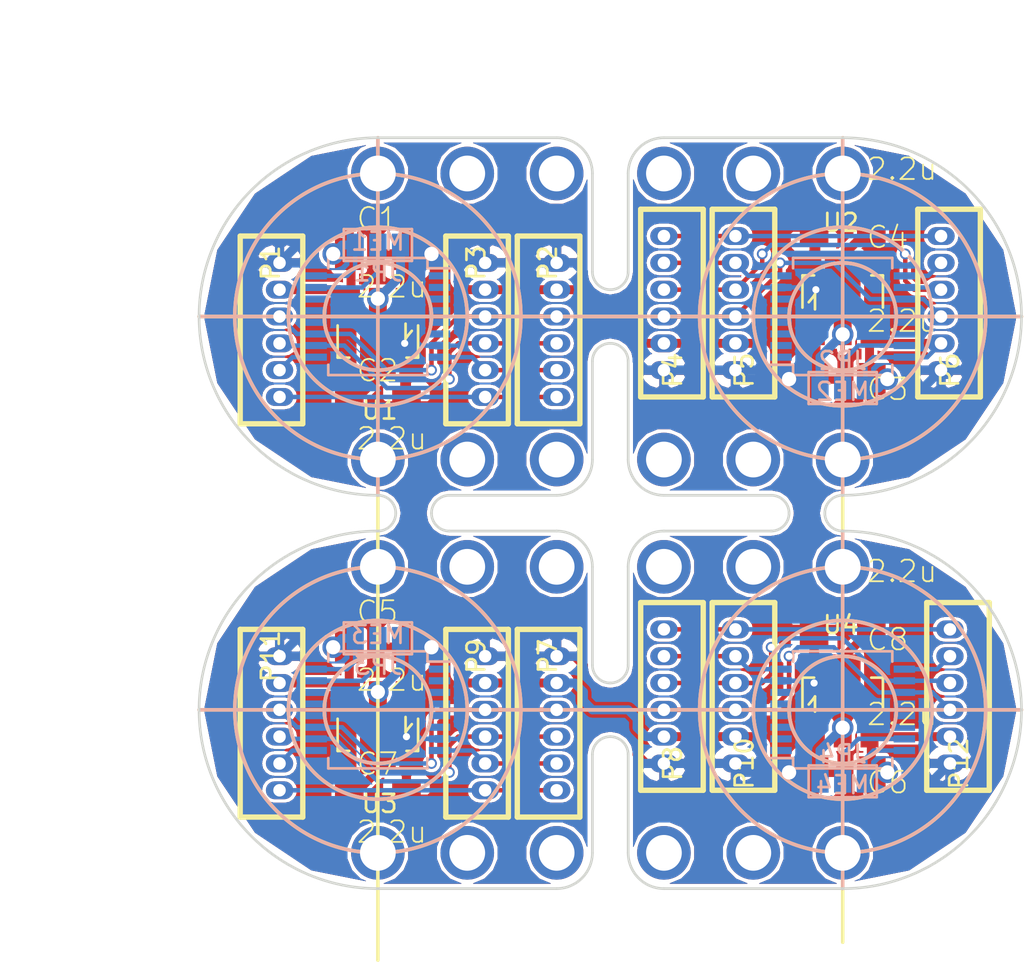
<source format=kicad_pcb>
(kicad_pcb (version 4) (host pcbnew 4.0.7)
  (layers (0 F.Cu signal) (31 B.Cu signal) (34 B.Paste user) (35 F.Paste user) (36 B.SilkS user) (37 F.SilkS user) (38 B.Mask user) (39 F.Mask user) (44 Edge.Cuts user))
  (net 0 "")
  (net 1 +5V)
  (net 2 GND)
  (net 3 "Net-(JP1-Pad2)")
  (net 4 "Net-(ME1-Pad8)")
  (net 5 "Net-(ME1-Pad9)")
  (net 6 "Net-(ME1-Pad10)")
  (net 7 "Net-(ME1-Pad11)")
  (net 8 "Net-(P1-Pad6)")
  (net 9 "Net-(JP2-Pad2)")
  (net 10 "Net-(ME2-Pad8)")
  (net 11 "Net-(ME2-Pad9)")
  (net 12 "Net-(ME2-Pad10)")
  (net 13 "Net-(ME2-Pad11)")
  (net 14 "Net-(P4-Pad6)")
  (net 15 "Net-(C2-Pad1)")
  (net 16 "Net-(C4-Pad1)")
  (net 17 "Net-(C7-Pad1)")
  (net 18 "Net-(C8-Pad1)")
  (net 19 "Net-(JP3-Pad2)")
  (net 20 "Net-(JP4-Pad2)")
  (net 21 "Net-(ME3-Pad8)")
  (net 22 "Net-(ME3-Pad9)")
  (net 23 "Net-(ME3-Pad10)")
  (net 24 "Net-(ME3-Pad11)")
  (net 25 "Net-(ME4-Pad8)")
  (net 26 "Net-(ME4-Pad9)")
  (net 27 "Net-(ME4-Pad10)")
  (net 28 "Net-(ME4-Pad11)")
  (net 29 "Net-(P11-Pad6)")
  (net 30 "Net-(P10-Pad6)")
  (module RP_KiCAD_Libs:C3216 (layer F.Cu) (at 10 6.5)
    (fp_text reference C1 (at -1.27 -1.27) (layer F.SilkS) (effects (font (size 1.2065 1.2065) (thickness 0.1016)) (justify left bottom)))
    (fp_text value 2.2u (at -1.27 2.54) (layer F.SilkS) (effects (font (size 1.2065 1.2065) (thickness 0.1016)) (justify left bottom)))
    (pad 1 smd rect (at -1.6 0) (size 1.6 1.8) (layers F.Cu F.Paste F.Mask) (net 1 +5V))
    (pad 2 smd rect (at 1.6 0) (size 1.6 1.8) (layers F.Cu F.Paste F.Mask) (net 2 GND))
  )
  (module RP_KiCAD_Libs:C3216 (layer F.Cu) (at 10 15)
    (fp_text reference C2 (at -1.27 -1.27) (layer F.SilkS) (effects (font (size 1.2065 1.2065) (thickness 0.1016)) (justify left bottom)))
    (fp_text value 2.2u (at -1.27 2.54) (layer F.SilkS) (effects (font (size 1.2065 1.2065) (thickness 0.1016)) (justify left bottom)))
    (pad 1 smd rect (at -1.6 0) (size 1.6 1.8) (layers F.Cu F.Paste F.Mask) (net 15 "Net-(C2-Pad1)"))
    (pad 2 smd rect (at 1.6 0) (size 1.6 1.8) (layers F.Cu F.Paste F.Mask) (net 2 GND))
  )
  (module Connect:GS3 (layer B.Cu) (at 10 6 270)
    (fp_text reference JP1 (at 1.524 0 540) (layer B.SilkS) (effects (justify mirror)))
    (fp_text value JUMPER3)
    (pad 1 smd rect (at 0 1.27 270) (size 1.27 0.9652) (layers B.Cu B.Paste B.Mask) (net 1 +5V))
    (pad 2 smd rect (at 0 0 270) (size 1.27 0.9652) (layers B.Cu B.Paste B.Mask) (net 3 "Net-(JP1-Pad2)"))
    (pad 3 smd rect (at 0 -1.27 270) (size 1.27 0.9652) (layers B.Cu B.Paste B.Mask) (net 15 "Net-(C2-Pad1)"))
  )
  (module RP_KiCAD_Connector:ZH_6T (layer F.Cu) (at 4.5 7 270)
    (fp_text reference P1 (at 0 0.5 270) (layer F.SilkS))
    (fp_text value CONN_01X06)
    (pad 1 thru_hole oval (at 0 0 270) (size 1 1.524) (drill 0.7) (layers *.Cu *.Mask) (net 2 GND))
    (pad 2 thru_hole oval (at 1.5 0 270) (size 1 1.524) (drill 0.7) (layers *.Cu *.Mask) (net 1 +5V))
    (pad 3 thru_hole oval (at 3 0 270) (size 1 1.524) (drill 0.7) (layers *.Cu *.Mask) (net 7 "Net-(ME1-Pad11)"))
    (pad 4 thru_hole oval (at 4.5 0 270) (size 1 1.524) (drill 0.7) (layers *.Cu *.Mask) (net 6 "Net-(ME1-Pad10)"))
    (pad 5 thru_hole oval (at 6 0 270) (size 1 1.524) (drill 0.7) (layers *.Cu *.Mask) (net 5 "Net-(ME1-Pad9)"))
    (pad 6 thru_hole oval (at 7.5 0 270) (size 1 1.524) (drill 0.7) (layers *.Cu *.Mask) (net 8 "Net-(P1-Pad6)"))
  )
  (module RP_KiCAD_Connector:ZH_6T (layer F.Cu) (at 20 7 270)
    (fp_text reference P2 (at 0 0.5 270) (layer F.SilkS))
    (fp_text value CONN_01X06)
    (pad 1 thru_hole oval (at 0 0 270) (size 1 1.524) (drill 0.7) (layers *.Cu *.Mask) (net 2 GND))
    (pad 2 thru_hole oval (at 1.5 0 270) (size 1 1.524) (drill 0.7) (layers *.Cu *.Mask) (net 1 +5V))
    (pad 3 thru_hole oval (at 3 0 270) (size 1 1.524) (drill 0.7) (layers *.Cu *.Mask) (net 7 "Net-(ME1-Pad11)"))
    (pad 4 thru_hole oval (at 4.5 0 270) (size 1 1.524) (drill 0.7) (layers *.Cu *.Mask) (net 6 "Net-(ME1-Pad10)"))
    (pad 5 thru_hole oval (at 6 0 270) (size 1 1.524) (drill 0.7) (layers *.Cu *.Mask) (net 4 "Net-(ME1-Pad8)"))
    (pad 6 thru_hole oval (at 7.5 0 270) (size 1 1.524) (drill 0.7) (layers *.Cu *.Mask) (net 8 "Net-(P1-Pad6)"))
  )
  (module RP_KiCAD_Connector:ZH_6T (layer F.Cu) (at 16 7 270)
    (fp_text reference P3 (at 0 0.5 270) (layer F.SilkS))
    (fp_text value CONN_01X06)
    (pad 1 thru_hole oval (at 0 0 270) (size 1 1.524) (drill 0.7) (layers *.Cu *.Mask) (net 2 GND))
    (pad 2 thru_hole oval (at 1.5 0 270) (size 1 1.524) (drill 0.7) (layers *.Cu *.Mask) (net 1 +5V))
    (pad 3 thru_hole oval (at 3 0 270) (size 1 1.524) (drill 0.7) (layers *.Cu *.Mask) (net 7 "Net-(ME1-Pad11)"))
    (pad 4 thru_hole oval (at 4.5 0 270) (size 1 1.524) (drill 0.7) (layers *.Cu *.Mask) (net 6 "Net-(ME1-Pad10)"))
    (pad 5 thru_hole oval (at 6 0 270) (size 1 1.524) (drill 0.7) (layers *.Cu *.Mask) (net 4 "Net-(ME1-Pad8)"))
    (pad 6 thru_hole oval (at 7.5 0 270) (size 1 1.524) (drill 0.7) (layers *.Cu *.Mask) (net 8 "Net-(P1-Pad6)"))
  )
  (module TO_SOT_Packages_SMD:SOT89-3_Housing (layer F.Cu) (at 10 11 180)
    (fp_text reference U1 (at -0.09906 -4.24942 180) (layer F.SilkS))
    (fp_text value NCP1117ST33T3G)
    (pad 1 smd rect (at -1.50114 1.85166 180) (size 1.00076 1.50114) (layers F.Cu F.Paste F.Mask) (net 2 GND))
    (pad 2 smd rect (at 0 1.85166 180) (size 1.00076 1.50114) (layers F.Cu F.Paste F.Mask) (net 15 "Net-(C2-Pad1)"))
    (pad 3 smd rect (at 1.50114 1.85166 180) (size 1.00076 1.50114) (layers F.Cu F.Paste F.Mask) (net 1 +5V))
    (pad 2 smd rect (at 0 -1.09982 180) (size 1.99898 2.99974) (layers F.Cu F.Paste F.Mask) (net 15 "Net-(C2-Pad1)"))
    (pad 2 smd trapezoid (at 0 0.7493) (size 1.50114 0.7493) (rect_delta 0 0.50038) (layers F.Cu F.Paste F.Mask) (net 15 "Net-(C2-Pad1)"))
  )
  (module RP_KiCAD_Libs:C3216 (layer F.Cu) (at 36 13.5 180)
    (fp_text reference C3 (at -1.27 -1.27 180) (layer F.SilkS) (effects (font (size 1.2065 1.2065) (thickness 0.1016)) (justify left bottom)))
    (fp_text value 2.2u (at -1.27 2.54 180) (layer F.SilkS) (effects (font (size 1.2065 1.2065) (thickness 0.1016)) (justify left bottom)))
    (pad 1 smd rect (at -1.6 0 180) (size 1.6 1.8) (layers F.Cu F.Paste F.Mask) (net 1 +5V))
    (pad 2 smd rect (at 1.6 0 180) (size 1.6 1.8) (layers F.Cu F.Paste F.Mask) (net 2 GND))
  )
  (module RP_KiCAD_Libs:C3216 (layer F.Cu) (at 36 5 180)
    (fp_text reference C4 (at -1.27 -1.27 180) (layer F.SilkS) (effects (font (size 1.2065 1.2065) (thickness 0.1016)) (justify left bottom)))
    (fp_text value 2.2u (at -1.27 2.54 180) (layer F.SilkS) (effects (font (size 1.2065 1.2065) (thickness 0.1016)) (justify left bottom)))
    (pad 1 smd rect (at -1.6 0 180) (size 1.6 1.8) (layers F.Cu F.Paste F.Mask) (net 16 "Net-(C4-Pad1)"))
    (pad 2 smd rect (at 1.6 0 180) (size 1.6 1.8) (layers F.Cu F.Paste F.Mask) (net 2 GND))
  )
  (module Connect:GS3 (layer B.Cu) (at 36 14 90)
    (fp_text reference JP2 (at 1.524 0 360) (layer B.SilkS) (effects (justify mirror)))
    (fp_text value JUMPER3)
    (pad 1 smd rect (at 0 1.27 90) (size 1.27 0.9652) (layers B.Cu B.Paste B.Mask) (net 1 +5V))
    (pad 2 smd rect (at 0 0 90) (size 1.27 0.9652) (layers B.Cu B.Paste B.Mask) (net 9 "Net-(JP2-Pad2)"))
    (pad 3 smd rect (at 0 -1.27 90) (size 1.27 0.9652) (layers B.Cu B.Paste B.Mask) (net 16 "Net-(C4-Pad1)"))
  )
  (module RP_KiCAD_Connector:ZH_6T (layer F.Cu) (at 26 13 90)
    (fp_text reference P4 (at 0 0.5 90) (layer F.SilkS))
    (fp_text value CONN_01X06)
    (pad 1 thru_hole oval (at 0 0 90) (size 1 1.524) (drill 0.7) (layers *.Cu *.Mask) (net 2 GND))
    (pad 2 thru_hole oval (at 1.5 0 90) (size 1 1.524) (drill 0.7) (layers *.Cu *.Mask) (net 1 +5V))
    (pad 3 thru_hole oval (at 3 0 90) (size 1 1.524) (drill 0.7) (layers *.Cu *.Mask) (net 13 "Net-(ME2-Pad11)"))
    (pad 4 thru_hole oval (at 4.5 0 90) (size 1 1.524) (drill 0.7) (layers *.Cu *.Mask) (net 12 "Net-(ME2-Pad10)"))
    (pad 5 thru_hole oval (at 6 0 90) (size 1 1.524) (drill 0.7) (layers *.Cu *.Mask) (net 10 "Net-(ME2-Pad8)"))
    (pad 6 thru_hole oval (at 7.5 0 90) (size 1 1.524) (drill 0.7) (layers *.Cu *.Mask) (net 14 "Net-(P4-Pad6)"))
  )
  (module RP_KiCAD_Connector:ZH_6T (layer F.Cu) (at 30 13 90)
    (fp_text reference P5 (at 0 0.5 90) (layer F.SilkS))
    (fp_text value CONN_01X06)
    (pad 1 thru_hole oval (at 0 0 90) (size 1 1.524) (drill 0.7) (layers *.Cu *.Mask) (net 2 GND))
    (pad 2 thru_hole oval (at 1.5 0 90) (size 1 1.524) (drill 0.7) (layers *.Cu *.Mask) (net 1 +5V))
    (pad 3 thru_hole oval (at 3 0 90) (size 1 1.524) (drill 0.7) (layers *.Cu *.Mask) (net 13 "Net-(ME2-Pad11)"))
    (pad 4 thru_hole oval (at 4.5 0 90) (size 1 1.524) (drill 0.7) (layers *.Cu *.Mask) (net 12 "Net-(ME2-Pad10)"))
    (pad 5 thru_hole oval (at 6 0 90) (size 1 1.524) (drill 0.7) (layers *.Cu *.Mask) (net 10 "Net-(ME2-Pad8)"))
    (pad 6 thru_hole oval (at 7.5 0 90) (size 1 1.524) (drill 0.7) (layers *.Cu *.Mask) (net 14 "Net-(P4-Pad6)"))
  )
  (module RP_KiCAD_Connector:ZH_6T (layer F.Cu) (at 41.5 13 90)
    (fp_text reference P6 (at 0 0.5 90) (layer F.SilkS))
    (fp_text value CONN_01X06)
    (pad 1 thru_hole oval (at 0 0 90) (size 1 1.524) (drill 0.7) (layers *.Cu *.Mask) (net 2 GND))
    (pad 2 thru_hole oval (at 1.5 0 90) (size 1 1.524) (drill 0.7) (layers *.Cu *.Mask) (net 1 +5V))
    (pad 3 thru_hole oval (at 3 0 90) (size 1 1.524) (drill 0.7) (layers *.Cu *.Mask) (net 13 "Net-(ME2-Pad11)"))
    (pad 4 thru_hole oval (at 4.5 0 90) (size 1 1.524) (drill 0.7) (layers *.Cu *.Mask) (net 12 "Net-(ME2-Pad10)"))
    (pad 5 thru_hole oval (at 6 0 90) (size 1 1.524) (drill 0.7) (layers *.Cu *.Mask) (net 11 "Net-(ME2-Pad9)"))
    (pad 6 thru_hole oval (at 7.5 0 90) (size 1 1.524) (drill 0.7) (layers *.Cu *.Mask) (net 14 "Net-(P4-Pad6)"))
  )
  (module TO_SOT_Packages_SMD:SOT89-3_Housing (layer F.Cu) (at 36 9)
    (fp_text reference U2 (at -0.09906 -4.24942) (layer F.SilkS))
    (fp_text value NCP1117ST33T3G)
    (pad 1 smd rect (at -1.50114 1.85166) (size 1.00076 1.50114) (layers F.Cu F.Paste F.Mask) (net 2 GND))
    (pad 2 smd rect (at 0 1.85166) (size 1.00076 1.50114) (layers F.Cu F.Paste F.Mask) (net 16 "Net-(C4-Pad1)"))
    (pad 3 smd rect (at 1.50114 1.85166) (size 1.00076 1.50114) (layers F.Cu F.Paste F.Mask) (net 1 +5V))
    (pad 2 smd rect (at 0 -1.09982) (size 1.99898 2.99974) (layers F.Cu F.Paste F.Mask) (net 16 "Net-(C4-Pad1)"))
    (pad 2 smd trapezoid (at 0 0.7493 180) (size 1.50114 0.7493) (rect_delta 0 0.50038) (layers F.Cu F.Paste F.Mask) (net 16 "Net-(C4-Pad1)"))
  )
  (module Housings_SSOP:SSOP-16_5.3x6.2mm_Pitch0.65mm (layer B.Cu) (at 10 10 180)
    (fp_text reference ME1 (at 0 4.2 180) (layer B.SilkS) (effects (justify mirror)))
    (fp_text value AS504x)
    (pad 1 smd rect (at -3.45 2.275 180) (size 1.2 0.4) (layers B.Cu B.Paste B.Mask))
    (pad 2 smd rect (at -3.45 1.625 180) (size 1.2 0.4) (layers B.Cu B.Paste B.Mask))
    (pad 3 smd rect (at -3.45 0.975 180) (size 1.2 0.4) (layers B.Cu B.Paste B.Mask))
    (pad 4 smd rect (at -3.45 0.325 180) (size 1.2 0.4) (layers B.Cu B.Paste B.Mask))
    (pad 5 smd rect (at -3.45 -0.325 180) (size 1.2 0.4) (layers B.Cu B.Paste B.Mask))
    (pad 6 smd rect (at -3.45 -0.975 180) (size 1.2 0.4) (layers B.Cu B.Paste B.Mask))
    (pad 7 smd rect (at -3.45 -1.625 180) (size 1.2 0.4) (layers B.Cu B.Paste B.Mask) (net 2 GND))
    (pad 8 smd rect (at -3.45 -2.275 180) (size 1.2 0.4) (layers B.Cu B.Paste B.Mask) (net 4 "Net-(ME1-Pad8)"))
    (pad 9 smd rect (at 3.45 -2.275 180) (size 1.2 0.4) (layers B.Cu B.Paste B.Mask) (net 5 "Net-(ME1-Pad9)"))
    (pad 10 smd rect (at 3.45 -1.625 180) (size 1.2 0.4) (layers B.Cu B.Paste B.Mask) (net 6 "Net-(ME1-Pad10)"))
    (pad 11 smd rect (at 3.45 -0.975 180) (size 1.2 0.4) (layers B.Cu B.Paste B.Mask) (net 7 "Net-(ME1-Pad11)"))
    (pad 12 smd rect (at 3.45 -0.325 180) (size 1.2 0.4) (layers B.Cu B.Paste B.Mask))
    (pad 13 smd rect (at 3.45 0.325 180) (size 1.2 0.4) (layers B.Cu B.Paste B.Mask))
    (pad 14 smd rect (at 3.45 0.975 180) (size 1.2 0.4) (layers B.Cu B.Paste B.Mask))
    (pad 15 smd rect (at 3.45 1.625 180) (size 1.2 0.4) (layers B.Cu B.Paste B.Mask) (net 3 "Net-(JP1-Pad2)"))
    (pad 16 smd rect (at 3.45 2.275 180) (size 1.2 0.4) (layers B.Cu B.Paste B.Mask) (net 1 +5V))
  )
  (module Housings_SSOP:SSOP-16_5.3x6.2mm_Pitch0.65mm (layer B.Cu) (at 36 10)
    (fp_text reference ME2 (at 0 4.2) (layer B.SilkS) (effects (justify mirror)))
    (fp_text value AS504x)
    (pad 1 smd rect (at -3.45 2.275) (size 1.2 0.4) (layers B.Cu B.Paste B.Mask))
    (pad 2 smd rect (at -3.45 1.625) (size 1.2 0.4) (layers B.Cu B.Paste B.Mask))
    (pad 3 smd rect (at -3.45 0.975) (size 1.2 0.4) (layers B.Cu B.Paste B.Mask))
    (pad 4 smd rect (at -3.45 0.325) (size 1.2 0.4) (layers B.Cu B.Paste B.Mask))
    (pad 5 smd rect (at -3.45 -0.325) (size 1.2 0.4) (layers B.Cu B.Paste B.Mask))
    (pad 6 smd rect (at -3.45 -0.975) (size 1.2 0.4) (layers B.Cu B.Paste B.Mask))
    (pad 7 smd rect (at -3.45 -1.625) (size 1.2 0.4) (layers B.Cu B.Paste B.Mask) (net 2 GND))
    (pad 8 smd rect (at -3.45 -2.275) (size 1.2 0.4) (layers B.Cu B.Paste B.Mask) (net 10 "Net-(ME2-Pad8)"))
    (pad 9 smd rect (at 3.45 -2.275) (size 1.2 0.4) (layers B.Cu B.Paste B.Mask) (net 11 "Net-(ME2-Pad9)"))
    (pad 10 smd rect (at 3.45 -1.625) (size 1.2 0.4) (layers B.Cu B.Paste B.Mask) (net 12 "Net-(ME2-Pad10)"))
    (pad 11 smd rect (at 3.45 -0.975) (size 1.2 0.4) (layers B.Cu B.Paste B.Mask) (net 13 "Net-(ME2-Pad11)"))
    (pad 12 smd rect (at 3.45 -0.325) (size 1.2 0.4) (layers B.Cu B.Paste B.Mask))
    (pad 13 smd rect (at 3.45 0.325) (size 1.2 0.4) (layers B.Cu B.Paste B.Mask))
    (pad 14 smd rect (at 3.45 0.975) (size 1.2 0.4) (layers B.Cu B.Paste B.Mask))
    (pad 15 smd rect (at 3.45 1.625) (size 1.2 0.4) (layers B.Cu B.Paste B.Mask) (net 9 "Net-(JP2-Pad2)"))
    (pad 16 smd rect (at 3.45 2.275) (size 1.2 0.4) (layers B.Cu B.Paste B.Mask) (net 1 +5V))
  )
  (module RP_KiCAD_Libs:C3216 (layer F.Cu) (at 10 28.5)
    (fp_text reference C5 (at -1.27 -1.27) (layer F.SilkS) (effects (font (size 1.2065 1.2065) (thickness 0.1016)) (justify left bottom)))
    (fp_text value 2.2u (at -1.27 2.54) (layer F.SilkS) (effects (font (size 1.2065 1.2065) (thickness 0.1016)) (justify left bottom)))
    (pad 1 smd rect (at -1.6 0) (size 1.6 1.8) (layers F.Cu F.Paste F.Mask) (net 1 +5V))
    (pad 2 smd rect (at 1.6 0) (size 1.6 1.8) (layers F.Cu F.Paste F.Mask) (net 2 GND))
  )
  (module RP_KiCAD_Libs:C3216 (layer F.Cu) (at 36 35.5 180)
    (fp_text reference C6 (at -1.27 -1.27 180) (layer F.SilkS) (effects (font (size 1.2065 1.2065) (thickness 0.1016)) (justify left bottom)))
    (fp_text value 2.2u (at -1.27 2.54 180) (layer F.SilkS) (effects (font (size 1.2065 1.2065) (thickness 0.1016)) (justify left bottom)))
    (pad 1 smd rect (at -1.6 0 180) (size 1.6 1.8) (layers F.Cu F.Paste F.Mask) (net 1 +5V))
    (pad 2 smd rect (at 1.6 0 180) (size 1.6 1.8) (layers F.Cu F.Paste F.Mask) (net 2 GND))
  )
  (module RP_KiCAD_Libs:C3216 (layer F.Cu) (at 10 37)
    (fp_text reference C7 (at -1.27 -1.27) (layer F.SilkS) (effects (font (size 1.2065 1.2065) (thickness 0.1016)) (justify left bottom)))
    (fp_text value 2.2u (at -1.27 2.54) (layer F.SilkS) (effects (font (size 1.2065 1.2065) (thickness 0.1016)) (justify left bottom)))
    (pad 1 smd rect (at -1.6 0) (size 1.6 1.8) (layers F.Cu F.Paste F.Mask) (net 17 "Net-(C7-Pad1)"))
    (pad 2 smd rect (at 1.6 0) (size 1.6 1.8) (layers F.Cu F.Paste F.Mask) (net 2 GND))
  )
  (module RP_KiCAD_Libs:C3216 (layer F.Cu) (at 36 27.5 180)
    (fp_text reference C8 (at -1.27 -1.27 180) (layer F.SilkS) (effects (font (size 1.2065 1.2065) (thickness 0.1016)) (justify left bottom)))
    (fp_text value 2.2u (at -1.27 2.54 180) (layer F.SilkS) (effects (font (size 1.2065 1.2065) (thickness 0.1016)) (justify left bottom)))
    (pad 1 smd rect (at -1.6 0 180) (size 1.6 1.8) (layers F.Cu F.Paste F.Mask) (net 18 "Net-(C8-Pad1)"))
    (pad 2 smd rect (at 1.6 0 180) (size 1.6 1.8) (layers F.Cu F.Paste F.Mask) (net 2 GND))
  )
  (module Connect:GS3 (layer B.Cu) (at 10 28 270)
    (fp_text reference JP3 (at 1.524 0 540) (layer B.SilkS) (effects (justify mirror)))
    (fp_text value JUMPER3)
    (pad 1 smd rect (at 0 1.27 270) (size 1.27 0.9652) (layers B.Cu B.Paste B.Mask) (net 1 +5V))
    (pad 2 smd rect (at 0 0 270) (size 1.27 0.9652) (layers B.Cu B.Paste B.Mask) (net 19 "Net-(JP3-Pad2)"))
    (pad 3 smd rect (at 0 -1.27 270) (size 1.27 0.9652) (layers B.Cu B.Paste B.Mask) (net 17 "Net-(C7-Pad1)"))
  )
  (module Connect:GS3 (layer B.Cu) (at 36 36 90)
    (fp_text reference JP4 (at 1.524 0 360) (layer B.SilkS) (effects (justify mirror)))
    (fp_text value JUMPER3)
    (pad 1 smd rect (at 0 1.27 90) (size 1.27 0.9652) (layers B.Cu B.Paste B.Mask) (net 1 +5V))
    (pad 2 smd rect (at 0 0 90) (size 1.27 0.9652) (layers B.Cu B.Paste B.Mask) (net 20 "Net-(JP4-Pad2)"))
    (pad 3 smd rect (at 0 -1.27 90) (size 1.27 0.9652) (layers B.Cu B.Paste B.Mask) (net 18 "Net-(C8-Pad1)"))
  )
  (module Housings_SSOP:SSOP-16_5.3x6.2mm_Pitch0.65mm (layer B.Cu) (at 10 32 180)
    (fp_text reference ME3 (at 0 4.2 180) (layer B.SilkS) (effects (justify mirror)))
    (fp_text value AS504x)
    (pad 1 smd rect (at -3.45 2.275 180) (size 1.2 0.4) (layers B.Cu B.Paste B.Mask))
    (pad 2 smd rect (at -3.45 1.625 180) (size 1.2 0.4) (layers B.Cu B.Paste B.Mask))
    (pad 3 smd rect (at -3.45 0.975 180) (size 1.2 0.4) (layers B.Cu B.Paste B.Mask))
    (pad 4 smd rect (at -3.45 0.325 180) (size 1.2 0.4) (layers B.Cu B.Paste B.Mask))
    (pad 5 smd rect (at -3.45 -0.325 180) (size 1.2 0.4) (layers B.Cu B.Paste B.Mask))
    (pad 6 smd rect (at -3.45 -0.975 180) (size 1.2 0.4) (layers B.Cu B.Paste B.Mask))
    (pad 7 smd rect (at -3.45 -1.625 180) (size 1.2 0.4) (layers B.Cu B.Paste B.Mask) (net 2 GND))
    (pad 8 smd rect (at -3.45 -2.275 180) (size 1.2 0.4) (layers B.Cu B.Paste B.Mask) (net 21 "Net-(ME3-Pad8)"))
    (pad 9 smd rect (at 3.45 -2.275 180) (size 1.2 0.4) (layers B.Cu B.Paste B.Mask) (net 22 "Net-(ME3-Pad9)"))
    (pad 10 smd rect (at 3.45 -1.625 180) (size 1.2 0.4) (layers B.Cu B.Paste B.Mask) (net 23 "Net-(ME3-Pad10)"))
    (pad 11 smd rect (at 3.45 -0.975 180) (size 1.2 0.4) (layers B.Cu B.Paste B.Mask) (net 24 "Net-(ME3-Pad11)"))
    (pad 12 smd rect (at 3.45 -0.325 180) (size 1.2 0.4) (layers B.Cu B.Paste B.Mask))
    (pad 13 smd rect (at 3.45 0.325 180) (size 1.2 0.4) (layers B.Cu B.Paste B.Mask))
    (pad 14 smd rect (at 3.45 0.975 180) (size 1.2 0.4) (layers B.Cu B.Paste B.Mask))
    (pad 15 smd rect (at 3.45 1.625 180) (size 1.2 0.4) (layers B.Cu B.Paste B.Mask) (net 19 "Net-(JP3-Pad2)"))
    (pad 16 smd rect (at 3.45 2.275 180) (size 1.2 0.4) (layers B.Cu B.Paste B.Mask) (net 1 +5V))
  )
  (module Housings_SSOP:SSOP-16_5.3x6.2mm_Pitch0.65mm (layer B.Cu) (at 36 32)
    (fp_text reference ME4 (at 0 4.2) (layer B.SilkS) (effects (justify mirror)))
    (fp_text value AS504x)
    (pad 1 smd rect (at -3.45 2.275) (size 1.2 0.4) (layers B.Cu B.Paste B.Mask))
    (pad 2 smd rect (at -3.45 1.625) (size 1.2 0.4) (layers B.Cu B.Paste B.Mask))
    (pad 3 smd rect (at -3.45 0.975) (size 1.2 0.4) (layers B.Cu B.Paste B.Mask))
    (pad 4 smd rect (at -3.45 0.325) (size 1.2 0.4) (layers B.Cu B.Paste B.Mask))
    (pad 5 smd rect (at -3.45 -0.325) (size 1.2 0.4) (layers B.Cu B.Paste B.Mask))
    (pad 6 smd rect (at -3.45 -0.975) (size 1.2 0.4) (layers B.Cu B.Paste B.Mask))
    (pad 7 smd rect (at -3.45 -1.625) (size 1.2 0.4) (layers B.Cu B.Paste B.Mask) (net 2 GND))
    (pad 8 smd rect (at -3.45 -2.275) (size 1.2 0.4) (layers B.Cu B.Paste B.Mask) (net 25 "Net-(ME4-Pad8)"))
    (pad 9 smd rect (at 3.45 -2.275) (size 1.2 0.4) (layers B.Cu B.Paste B.Mask) (net 26 "Net-(ME4-Pad9)"))
    (pad 10 smd rect (at 3.45 -1.625) (size 1.2 0.4) (layers B.Cu B.Paste B.Mask) (net 27 "Net-(ME4-Pad10)"))
    (pad 11 smd rect (at 3.45 -0.975) (size 1.2 0.4) (layers B.Cu B.Paste B.Mask) (net 28 "Net-(ME4-Pad11)"))
    (pad 12 smd rect (at 3.45 -0.325) (size 1.2 0.4) (layers B.Cu B.Paste B.Mask))
    (pad 13 smd rect (at 3.45 0.325) (size 1.2 0.4) (layers B.Cu B.Paste B.Mask))
    (pad 14 smd rect (at 3.45 0.975) (size 1.2 0.4) (layers B.Cu B.Paste B.Mask))
    (pad 15 smd rect (at 3.45 1.625) (size 1.2 0.4) (layers B.Cu B.Paste B.Mask) (net 20 "Net-(JP4-Pad2)"))
    (pad 16 smd rect (at 3.45 2.275) (size 1.2 0.4) (layers B.Cu B.Paste B.Mask) (net 1 +5V))
  )
  (module RP_KiCAD_Connector:ZH_6T (layer F.Cu) (at 20 29 270)
    (fp_text reference P7 (at 0 0.5 270) (layer F.SilkS))
    (fp_text value CONN_01X06)
    (pad 1 thru_hole oval (at 0 0 270) (size 1 1.524) (drill 0.7) (layers *.Cu *.Mask) (net 2 GND))
    (pad 2 thru_hole oval (at 1.5 0 270) (size 1 1.524) (drill 0.7) (layers *.Cu *.Mask) (net 1 +5V))
    (pad 3 thru_hole oval (at 3 0 270) (size 1 1.524) (drill 0.7) (layers *.Cu *.Mask) (net 24 "Net-(ME3-Pad11)"))
    (pad 4 thru_hole oval (at 4.5 0 270) (size 1 1.524) (drill 0.7) (layers *.Cu *.Mask) (net 23 "Net-(ME3-Pad10)"))
    (pad 5 thru_hole oval (at 6 0 270) (size 1 1.524) (drill 0.7) (layers *.Cu *.Mask) (net 21 "Net-(ME3-Pad8)"))
    (pad 6 thru_hole oval (at 7.5 0 270) (size 1 1.524) (drill 0.7) (layers *.Cu *.Mask) (net 29 "Net-(P11-Pad6)"))
  )
  (module RP_KiCAD_Connector:ZH_6T (layer F.Cu) (at 26 35 90)
    (fp_text reference P8 (at 0 0.5 90) (layer F.SilkS))
    (fp_text value CONN_01X06)
    (pad 1 thru_hole oval (at 0 0 90) (size 1 1.524) (drill 0.7) (layers *.Cu *.Mask) (net 2 GND))
    (pad 2 thru_hole oval (at 1.5 0 90) (size 1 1.524) (drill 0.7) (layers *.Cu *.Mask) (net 1 +5V))
    (pad 3 thru_hole oval (at 3 0 90) (size 1 1.524) (drill 0.7) (layers *.Cu *.Mask) (net 28 "Net-(ME4-Pad11)"))
    (pad 4 thru_hole oval (at 4.5 0 90) (size 1 1.524) (drill 0.7) (layers *.Cu *.Mask) (net 27 "Net-(ME4-Pad10)"))
    (pad 5 thru_hole oval (at 6 0 90) (size 1 1.524) (drill 0.7) (layers *.Cu *.Mask) (net 25 "Net-(ME4-Pad8)"))
    (pad 6 thru_hole oval (at 7.5 0 90) (size 1 1.524) (drill 0.7) (layers *.Cu *.Mask) (net 30 "Net-(P10-Pad6)"))
  )
  (module RP_KiCAD_Connector:ZH_6T (layer F.Cu) (at 16 29 270)
    (fp_text reference P9 (at 0 0.5 270) (layer F.SilkS))
    (fp_text value CONN_01X06)
    (pad 1 thru_hole oval (at 0 0 270) (size 1 1.524) (drill 0.7) (layers *.Cu *.Mask) (net 2 GND))
    (pad 2 thru_hole oval (at 1.5 0 270) (size 1 1.524) (drill 0.7) (layers *.Cu *.Mask) (net 1 +5V))
    (pad 3 thru_hole oval (at 3 0 270) (size 1 1.524) (drill 0.7) (layers *.Cu *.Mask) (net 24 "Net-(ME3-Pad11)"))
    (pad 4 thru_hole oval (at 4.5 0 270) (size 1 1.524) (drill 0.7) (layers *.Cu *.Mask) (net 23 "Net-(ME3-Pad10)"))
    (pad 5 thru_hole oval (at 6 0 270) (size 1 1.524) (drill 0.7) (layers *.Cu *.Mask) (net 21 "Net-(ME3-Pad8)"))
    (pad 6 thru_hole oval (at 7.5 0 270) (size 1 1.524) (drill 0.7) (layers *.Cu *.Mask) (net 29 "Net-(P11-Pad6)"))
  )
  (module RP_KiCAD_Connector:ZH_6T (layer F.Cu) (at 30 35 90)
    (fp_text reference P10 (at 0 0.5 90) (layer F.SilkS))
    (fp_text value CONN_01X06)
    (pad 1 thru_hole oval (at 0 0 90) (size 1 1.524) (drill 0.7) (layers *.Cu *.Mask) (net 2 GND))
    (pad 2 thru_hole oval (at 1.5 0 90) (size 1 1.524) (drill 0.7) (layers *.Cu *.Mask) (net 1 +5V))
    (pad 3 thru_hole oval (at 3 0 90) (size 1 1.524) (drill 0.7) (layers *.Cu *.Mask) (net 28 "Net-(ME4-Pad11)"))
    (pad 4 thru_hole oval (at 4.5 0 90) (size 1 1.524) (drill 0.7) (layers *.Cu *.Mask) (net 27 "Net-(ME4-Pad10)"))
    (pad 5 thru_hole oval (at 6 0 90) (size 1 1.524) (drill 0.7) (layers *.Cu *.Mask) (net 25 "Net-(ME4-Pad8)"))
    (pad 6 thru_hole oval (at 7.5 0 90) (size 1 1.524) (drill 0.7) (layers *.Cu *.Mask) (net 30 "Net-(P10-Pad6)"))
  )
  (module RP_KiCAD_Connector:ZH_6T (layer F.Cu) (at 4.5 29 270)
    (fp_text reference P11 (at 0 0.5 270) (layer F.SilkS))
    (fp_text value CONN_01X06)
    (pad 1 thru_hole oval (at 0 0 270) (size 1 1.524) (drill 0.7) (layers *.Cu *.Mask) (net 2 GND))
    (pad 2 thru_hole oval (at 1.5 0 270) (size 1 1.524) (drill 0.7) (layers *.Cu *.Mask) (net 1 +5V))
    (pad 3 thru_hole oval (at 3 0 270) (size 1 1.524) (drill 0.7) (layers *.Cu *.Mask) (net 24 "Net-(ME3-Pad11)"))
    (pad 4 thru_hole oval (at 4.5 0 270) (size 1 1.524) (drill 0.7) (layers *.Cu *.Mask) (net 23 "Net-(ME3-Pad10)"))
    (pad 5 thru_hole oval (at 6 0 270) (size 1 1.524) (drill 0.7) (layers *.Cu *.Mask) (net 22 "Net-(ME3-Pad9)"))
    (pad 6 thru_hole oval (at 7.5 0 270) (size 1 1.524) (drill 0.7) (layers *.Cu *.Mask) (net 29 "Net-(P11-Pad6)"))
  )
  (module RP_KiCAD_Connector:ZH_6T (layer F.Cu) (at 42 35 90)
    (fp_text reference P12 (at 0 0.5 90) (layer F.SilkS))
    (fp_text value CONN_01X06)
    (pad 1 thru_hole oval (at 0 0 90) (size 1 1.524) (drill 0.7) (layers *.Cu *.Mask) (net 2 GND))
    (pad 2 thru_hole oval (at 1.5 0 90) (size 1 1.524) (drill 0.7) (layers *.Cu *.Mask) (net 1 +5V))
    (pad 3 thru_hole oval (at 3 0 90) (size 1 1.524) (drill 0.7) (layers *.Cu *.Mask) (net 28 "Net-(ME4-Pad11)"))
    (pad 4 thru_hole oval (at 4.5 0 90) (size 1 1.524) (drill 0.7) (layers *.Cu *.Mask) (net 27 "Net-(ME4-Pad10)"))
    (pad 5 thru_hole oval (at 6 0 90) (size 1 1.524) (drill 0.7) (layers *.Cu *.Mask) (net 26 "Net-(ME4-Pad9)"))
    (pad 6 thru_hole oval (at 7.5 0 90) (size 1 1.524) (drill 0.7) (layers *.Cu *.Mask) (net 30 "Net-(P10-Pad6)"))
  )
  (module TO_SOT_Packages_SMD:SOT89-3_Housing (layer F.Cu) (at 10 33 180)
    (fp_text reference U3 (at -0.09906 -4.24942 180) (layer F.SilkS))
    (fp_text value NCP1117ST33T3G)
    (pad 1 smd rect (at -1.50114 1.85166 180) (size 1.00076 1.50114) (layers F.Cu F.Paste F.Mask) (net 2 GND))
    (pad 2 smd rect (at 0 1.85166 180) (size 1.00076 1.50114) (layers F.Cu F.Paste F.Mask) (net 17 "Net-(C7-Pad1)"))
    (pad 3 smd rect (at 1.50114 1.85166 180) (size 1.00076 1.50114) (layers F.Cu F.Paste F.Mask) (net 1 +5V))
    (pad 2 smd rect (at 0 -1.09982 180) (size 1.99898 2.99974) (layers F.Cu F.Paste F.Mask) (net 17 "Net-(C7-Pad1)"))
    (pad 2 smd trapezoid (at 0 0.7493) (size 1.50114 0.7493) (rect_delta 0 0.50038) (layers F.Cu F.Paste F.Mask) (net 17 "Net-(C7-Pad1)"))
  )
  (module TO_SOT_Packages_SMD:SOT89-3_Housing (layer F.Cu) (at 36 31.5)
    (fp_text reference U4 (at -0.09906 -4.24942) (layer F.SilkS))
    (fp_text value NCP1117ST33T3G)
    (pad 1 smd rect (at -1.50114 1.85166) (size 1.00076 1.50114) (layers F.Cu F.Paste F.Mask) (net 2 GND))
    (pad 2 smd rect (at 0 1.85166) (size 1.00076 1.50114) (layers F.Cu F.Paste F.Mask) (net 18 "Net-(C8-Pad1)"))
    (pad 3 smd rect (at 1.50114 1.85166) (size 1.00076 1.50114) (layers F.Cu F.Paste F.Mask) (net 1 +5V))
    (pad 2 smd rect (at 0 -1.09982) (size 1.99898 2.99974) (layers F.Cu F.Paste F.Mask) (net 18 "Net-(C8-Pad1)"))
    (pad 2 smd trapezoid (at 0 0.7493 180) (size 1.50114 0.7493) (rect_delta 0 0.50038) (layers F.Cu F.Paste F.Mask) (net 18 "Net-(C8-Pad1)"))
  )
  (gr_circle (center 10 32) (end 2 32) (layer B.SilkS) (width 0.2))
  (gr_circle (center 10 32) (end 5 32) (layer B.SilkS) (width 0.2))
  (gr_circle (center 10 32) (end 7 32) (layer B.SilkS) (width 0.2))
  (gr_circle (center 36 32) (end 44 32) (layer B.SilkS) (width 0.2))
  (gr_circle (center 36 32) (end 41 32) (layer B.SilkS) (width 0.2))
  (gr_circle (center 36 32) (end 39 32) (layer B.SilkS) (width 0.2))
  (gr_circle (center 36 32) (end 44 32) (layer F.SilkS) (width 0.2))
  (gr_circle (center 36 32) (end 41 32) (layer F.SilkS) (width 0.2))
  (gr_circle (center 36 32) (end 39 32) (layer F.SilkS) (width 0.2))
  (gr_circle (center 10 32) (end 2 32) (layer F.SilkS) (width 0.2))
  (gr_circle (center 10 32) (end 5 32) (layer F.SilkS) (width 0.2))
  (gr_circle (center 10 32) (end 7 32) (layer F.SilkS) (width 0.2))
  (gr_line (start 36 22) (end 36 42) (angle 90) (layer B.SilkS) (width 0.2))
  (gr_line (start 0 32) (end 46 32) (angle 90) (layer B.SilkS) (width 0.2))
  (gr_line (start 46 32) (end 0 32) (angle 90) (layer F.SilkS) (width 0.2))
  (gr_line (start 46 10) (end 0 10) (angle 90) (layer F.SilkS) (width 0.2))
  (gr_arc (start 23 7.5) (end 24 7.5) (angle 90) (layer Edge.Cuts) (width 0.15))
  (gr_line (start 24 2) (end 24 7.5) (angle 90) (layer Edge.Cuts) (width 0.15))
  (gr_line (start 22 7.5) (end 22 2) (angle 90) (layer Edge.Cuts) (width 0.15))
  (gr_line (start 24 12.5) (end 24 18) (angle 90) (layer Edge.Cuts) (width 0.15))
  (gr_line (start 22 18) (end 22 12.5) (angle 90) (layer Edge.Cuts) (width 0.15))
  (gr_line (start 20 20) (end 14 20) (angle 90) (layer Edge.Cuts) (width 0.15))
  (gr_line (start 14 22) (end 20 22) (angle 90) (layer Edge.Cuts) (width 0.15))
  (gr_line (start 26 22) (end 32 22) (angle 90) (layer Edge.Cuts) (width 0.15))
  (gr_line (start 32 20) (end 26 20) (angle 90) (layer Edge.Cuts) (width 0.15))
  (gr_arc (start 32 21) (end 33 21) (angle 90) (layer Edge.Cuts) (width 0.15))
  (gr_arc (start 32 21) (end 32 20) (angle 90) (layer Edge.Cuts) (width 0.15))
  (gr_arc (start 36 21) (end 36 22) (angle 90) (layer Edge.Cuts) (width 0.15))
  (gr_arc (start 36 21) (end 35 21) (angle 90) (layer Edge.Cuts) (width 0.15))
  (gr_arc (start 14 21) (end 13 21) (angle 90) (layer Edge.Cuts) (width 0.15))
  (gr_arc (start 14 21) (end 14 22) (angle 90) (layer Edge.Cuts) (width 0.15))
  (gr_arc (start 10 21) (end 11 21) (angle 90) (layer Edge.Cuts) (width 0.15))
  (gr_arc (start 10 21) (end 10 20) (angle 90) (layer Edge.Cuts) (width 0.15))
  (gr_line (start 22 24) (end 22 29.5) (angle 90) (layer Edge.Cuts) (width 0.15))
  (gr_line (start 24 29.5) (end 24 24) (angle 90) (layer Edge.Cuts) (width 0.15))
  (gr_line (start 24 34.5) (end 24 40) (angle 90) (layer Edge.Cuts) (width 0.15))
  (gr_line (start 22 40) (end 22 34.5) (angle 90) (layer Edge.Cuts) (width 0.15))
  (gr_arc (start 23 34.5) (end 23 33.5) (angle 90) (layer Edge.Cuts) (width 0.15))
  (gr_arc (start 23 34.5) (end 22 34.5) (angle 90) (layer Edge.Cuts) (width 0.15))
  (gr_arc (start 23 29.5) (end 23 30.5) (angle 90) (layer Edge.Cuts) (width 0.15))
  (gr_arc (start 23 29.5) (end 24 29.5) (angle 90) (layer Edge.Cuts) (width 0.15))
  (gr_arc (start 26 40) (end 26 42) (angle 90) (layer Edge.Cuts) (width 0.15))
  (gr_arc (start 20 40) (end 22 40) (angle 90) (layer Edge.Cuts) (width 0.15))
  (gr_arc (start 26 24) (end 24 24) (angle 90) (layer Edge.Cuts) (width 0.15))
  (gr_arc (start 20 24) (end 20 22) (angle 90) (layer Edge.Cuts) (width 0.15))
  (gr_arc (start 36 32) (end 46 32) (angle 90) (layer Edge.Cuts) (width 0.15))
  (gr_arc (start 36 32) (end 36 22) (angle 90) (layer Edge.Cuts) (width 0.15))
  (gr_arc (start 10 32) (end 10 42) (angle 90) (layer Edge.Cuts) (width 0.15))
  (gr_arc (start 10 32) (end 0 32) (angle 90) (layer Edge.Cuts) (width 0.15))
  (gr_line (start 26 42) (end 36 42) (angle 90) (layer Edge.Cuts) (width 0.15))
  (gr_line (start 10 42) (end 20 42) (angle 90) (layer Edge.Cuts) (width 0.15))
  (gr_line (start 36 20) (end 36 45) (angle 90) (layer F.SilkS) (width 0.2))
  (gr_line (start 10 20) (end 10 46) (angle 90) (layer F.SilkS) (width 0.2))
  (gr_circle (center 36 10) (end 44 10) (layer B.SilkS) (width 0.2))
  (gr_circle (center 36 10) (end 41 10) (layer B.SilkS) (width 0.2))
  (gr_circle (center 36 10) (end 39 10) (layer B.SilkS) (width 0.2))
  (gr_circle (center 10 10) (end 18 10) (layer B.SilkS) (width 0.2))
  (gr_circle (center 10 10) (end 13 10) (layer B.SilkS) (width 0.2))
  (gr_circle (center 10 10) (end 15 10) (layer B.SilkS) (width 0.2))
  (gr_line (start 10 0) (end 10 20) (angle 90) (layer B.SilkS) (width 0.2))
  (gr_line (start 46 10) (end 0 10) (angle 90) (layer B.SilkS) (width 0.2))
  (gr_line (start 36 0) (end 36 20) (angle 90) (layer B.SilkS) (width 0.2))
  (gr_arc (start 23 7.5) (end 23 8.5) (angle 90) (layer Edge.Cuts) (width 0.15))
  (gr_arc (start 23 12.5) (end 23 11.5) (angle 90) (layer Edge.Cuts) (width 0.15))
  (gr_arc (start 23 12.5) (end 22 12.5) (angle 90) (layer Edge.Cuts) (width 0.15))
  (gr_circle (center 36 10) (end 33 10) (layer F.SilkS) (width 0.2))
  (gr_circle (center 10 10) (end 13 10) (layer F.SilkS) (width 0.2))
  (gr_circle (center 36 10) (end 41 10) (layer F.SilkS) (width 0.2))
  (gr_circle (center 10 10) (end 15 10) (layer F.SilkS) (width 0.2))
  (gr_line (start 20 0) (end 10 0) (angle 90) (layer Edge.Cuts) (width 0.15))
  (gr_line (start 26 0) (end 36 0) (angle 90) (layer Edge.Cuts) (width 0.15))
  (gr_arc (start 26 18) (end 26 20) (angle 90) (layer Edge.Cuts) (width 0.15))
  (gr_arc (start 20 18) (end 22 18) (angle 90) (layer Edge.Cuts) (width 0.15))
  (gr_arc (start 26 2) (end 24 2) (angle 90) (layer Edge.Cuts) (width 0.15))
  (gr_arc (start 20 2) (end 20 0) (angle 90) (layer Edge.Cuts) (width 0.15))
  (gr_arc (start 10 10) (end 10 20) (angle 90) (layer Edge.Cuts) (width 0.15))
  (gr_arc (start 10 10) (end 0 10) (angle 90) (layer Edge.Cuts) (width 0.15))
  (gr_arc (start 36 10) (end 46 10) (angle 90) (layer Edge.Cuts) (width 0.15))
  (gr_arc (start 36 10) (end 36 0) (angle 90) (layer Edge.Cuts) (width 0.15))
  (gr_circle (center 36 10) (end 36 2) (layer F.SilkS) (width 0.2))
  (gr_circle (center 10 10) (end 10 2) (layer F.SilkS) (width 0.2))
  (gr_line (start 10 0) (end 10 20) (angle 90) (layer F.SilkS) (width 0.2))
  (gr_line (start 36 0) (end 36 20) (angle 90) (layer F.SilkS) (width 0.2))
  (via (at 31 40) (size 3) (drill 2) (layers F.Cu B.Cu) (net 0))
  (via (at 26 40) (size 3) (drill 2) (layers F.Cu B.Cu) (net 0))
  (via (at 36 40) (size 3) (drill 2) (layers F.Cu B.Cu) (net 0))
  (via (at 10 40) (size 3) (drill 2) (layers F.Cu B.Cu) (net 0))
  (via (at 15 40) (size 3) (drill 2) (layers F.Cu B.Cu) (net 0))
  (via (at 20 40) (size 3) (drill 2) (layers F.Cu B.Cu) (net 0))
  (via (at 36 24) (size 3) (drill 2) (layers F.Cu B.Cu) (net 0))
  (via (at 31 24) (size 3) (drill 2) (layers F.Cu B.Cu) (net 0))
  (via (at 26 24) (size 3) (drill 2) (layers F.Cu B.Cu) (net 0))
  (via (at 20 24) (size 3) (drill 2) (layers F.Cu B.Cu) (net 0))
  (via (at 15 24) (size 3) (drill 2) (layers F.Cu B.Cu) (net 0))
  (via (at 10 24) (size 3) (drill 2) (layers F.Cu B.Cu) (net 0))
  (via (at 31 2) (size 3) (drill 2) (layers F.Cu B.Cu) (net 0))
  (via (at 31 18) (size 3) (drill 2) (layers F.Cu B.Cu) (net 0))
  (via (at 15 18) (size 3) (drill 2) (layers F.Cu B.Cu) (net 0))
  (via (at 15 2) (size 3) (drill 2) (layers F.Cu B.Cu) (net 0))
  (via (at 26 18) (size 3) (drill 2) (layers F.Cu B.Cu) (net 0))
  (via (at 26 2) (size 3) (drill 2) (layers F.Cu B.Cu) (net 0))
  (via (at 20 2) (size 3) (drill 2) (layers F.Cu B.Cu) (net 0))
  (via (at 20 18) (size 3) (drill 2) (layers F.Cu B.Cu) (net 0))
  (via (at 10 18) (size 3) (drill 2) (layers F.Cu B.Cu) (net 0))
  (via (at 10 2) (size 3) (drill 2) (layers F.Cu B.Cu) (net 0))
  (via (at 36 18) (size 3) (drill 2) (layers F.Cu B.Cu) (net 0))
  (via (at 36 2) (size 3) (drill 2) (layers F.Cu B.Cu) (net 0))
  (segment (start 20 30.5) (end 21 30.5) (width 0.5) (layer B.Cu) (net 1))
  (segment (start 25 33.5) (end 26 33.5) (width 0.5) (layer B.Cu) (net 1))
  (segment (start 24.5 33) (end 25 33.5) (width 0.5) (layer B.Cu) (net 1))
  (segment (start 24.5 32.5) (end 24.5 33) (width 0.5) (layer B.Cu) (net 1))
  (segment (start 24 32) (end 24.5 32.5) (width 0.5) (layer B.Cu) (net 1))
  (segment (start 22 32) (end 24 32) (width 0.5) (layer B.Cu) (net 1))
  (segment (start 21.5 31.5) (end 22 32) (width 0.5) (layer B.Cu) (net 1))
  (segment (start 21.5 31) (end 21.5 31.5) (width 0.5) (layer B.Cu) (net 1))
  (segment (start 21 30.5) (end 21.5 31) (width 0.5) (layer B.Cu) (net 1))
  (segment (start 31.5 12) (end 31.5 15) (width 0.5) (layer F.Cu) (net 1))
  (segment (start 31.5 12) (end 31 11.5) (width 0.5) (layer F.Cu) (net 1))
  (segment (start 31 11.5) (end 30 11.5) (width 0.5) (layer F.Cu) (net 1))
  (segment (start 31.5 15) (end 32 15.5) (width 0.5) (layer F.Cu) (net 1))
  (segment (start 32 15.5) (end 37.1 15.5) (width 0.5) (layer F.Cu) (net 1))
  (segment (start 37.1 15.5) (end 37.6 15) (width 0.5) (layer F.Cu) (net 1))
  (segment (start 37.6 15) (end 37.6 13.5) (width 0.5) (layer F.Cu) (net 1))
  (segment (start 8.4 6.5) (end 8.4 5.1) (width 0.5) (layer F.Cu) (net 1))
  (segment (start 14.5 5) (end 14.5 8) (width 0.5) (layer F.Cu) (net 1))
  (segment (start 14 4.5) (end 14.5 5) (width 0.5) (layer F.Cu) (net 1))
  (segment (start 9 4.5) (end 14 4.5) (width 0.5) (layer F.Cu) (net 1))
  (segment (start 8.4 5.1) (end 9 4.5) (width 0.5) (layer F.Cu) (net 1))
  (segment (start 30 33.5) (end 31 33.5) (width 0.5) (layer F.Cu) (net 1))
  (segment (start 37.6 37.4) (end 37.6 35.5) (width 0.5) (layer F.Cu) (net 1))
  (segment (start 37.5 37.5) (end 37.6 37.4) (width 0.5) (layer F.Cu) (net 1))
  (segment (start 31 33.5) (end 31.5 34) (width 0.5) (layer F.Cu) (net 1))
  (segment (start 37.27 36) (end 37.27 34.73) (width 0.25) (layer B.Cu) (net 1))
  (segment (start 37.725 34.275) (end 39.45 34.275) (width 0.25) (layer B.Cu) (net 1))
  (segment (start 37.27 34.73) (end 37.725 34.275) (width 0.25) (layer B.Cu) (net 1))
  (segment (start 37.50114 33.35166) (end 37.64948 33.5) (width 0.5) (layer F.Cu) (net 1))
  (segment (start 37.64948 33.5) (end 42 33.5) (width 0.5) (layer F.Cu) (net 1))
  (segment (start 37.6 35.5) (end 38.5 35.5) (width 0.5) (layer F.Cu) (net 1))
  (via (at 38.5 35.5) (size 1.2) (drill 0.8) (layers F.Cu B.Cu) (net 1))
  (segment (start 38.5 35.5) (end 37.77 35.5) (width 0.5) (layer B.Cu) (net 1))
  (segment (start 37.77 35.5) (end 37.27 36) (width 0.5) (layer B.Cu) (net 1))
  (segment (start 37.50114 33.35166) (end 37.6 33.45052) (width 0.5) (layer F.Cu) (net 1))
  (segment (start 37.6 33.45052) (end 37.6 35.5) (width 0.5) (layer F.Cu) (net 1))
  (segment (start 26 33.5) (end 30 33.5) (width 0.5) (layer F.Cu) (net 1))
  (segment (start 4.5 30.5) (end 7.85052 30.5) (width 0.5) (layer F.Cu) (net 1))
  (segment (start 7.85052 30.5) (end 8.49886 31.14834) (width 0.5) (layer F.Cu) (net 1))
  (segment (start 8.73 28) (end 8.73 29.27) (width 0.25) (layer B.Cu) (net 1))
  (segment (start 8.275 29.725) (end 6.55 29.725) (width 0.25) (layer B.Cu) (net 1))
  (segment (start 8.73 29.27) (end 8.275 29.725) (width 0.25) (layer B.Cu) (net 1))
  (segment (start 8.4 28.5) (end 7.5 28.5) (width 0.5) (layer F.Cu) (net 1))
  (segment (start 8 28) (end 8.73 28) (width 0.5) (layer B.Cu) (net 1))
  (segment (start 7.5 28.5) (end 8 28) (width 0.5) (layer B.Cu) (net 1))
  (via (at 7.5 28.5) (size 1.2) (drill 0.8) (layers F.Cu B.Cu) (net 1))
  (segment (start 16 30.5) (end 15 30.5) (width 0.5) (layer F.Cu) (net 1))
  (segment (start 8.4 27.1) (end 8.4 28.5) (width 0.5) (layer F.Cu) (net 1))
  (segment (start 9 26.5) (end 8.4 27.1) (width 0.5) (layer F.Cu) (net 1))
  (segment (start 14 26.5) (end 9 26.5) (width 0.5) (layer F.Cu) (net 1))
  (segment (start 14.5 27) (end 14 26.5) (width 0.5) (layer F.Cu) (net 1))
  (segment (start 14.5 30) (end 14.5 27) (width 0.5) (layer F.Cu) (net 1))
  (segment (start 15 30.5) (end 14.5 30) (width 0.5) (layer F.Cu) (net 1))
  (segment (start 8.49886 31.14834) (end 8.4 31.04948) (width 0.5) (layer F.Cu) (net 1))
  (segment (start 8.4 31.04948) (end 8.4 28.5) (width 0.5) (layer F.Cu) (net 1))
  (segment (start 20 30.5) (end 16 30.5) (width 0.5) (layer F.Cu) (net 1))
  (segment (start 7.5 6.5) (end 8 6) (width 0.5) (layer B.Cu) (net 1))
  (via (at 7.5 6.5) (size 1.2) (drill 0.8) (layers F.Cu B.Cu) (net 1))
  (segment (start 8.4 6.5) (end 7.5 6.5) (width 0.5) (layer F.Cu) (net 1))
  (segment (start 8 6) (end 8.73 6) (width 0.5) (layer B.Cu) (net 1))
  (segment (start 38.5 13.5) (end 38 14) (width 0.5) (layer B.Cu) (net 1))
  (segment (start 38 14) (end 37.27 14) (width 0.5) (layer B.Cu) (net 1))
  (segment (start 37.6 13.5) (end 38.5 13.5) (width 0.5) (layer F.Cu) (net 1))
  (via (at 38.5 13.5) (size 1.2) (drill 0.8) (layers F.Cu B.Cu) (net 1))
  (segment (start 37.27 14) (end 37.27 12.73) (width 0.25) (layer B.Cu) (net 1))
  (segment (start 37.27 12.73) (end 37.725 12.275) (width 0.25) (layer B.Cu) (net 1))
  (segment (start 37.725 12.275) (end 39.45 12.275) (width 0.25) (layer B.Cu) (net 1))
  (segment (start 6.55 7.725) (end 8.275 7.725) (width 0.25) (layer B.Cu) (net 1))
  (segment (start 8.275 7.725) (end 8.73 7.27) (width 0.25) (layer B.Cu) (net 1))
  (segment (start 8.73 7.27) (end 8.73 6) (width 0.25) (layer B.Cu) (net 1))
  (segment (start 39.45 12.275) (end 40.725 12.275) (width 0.25) (layer B.Cu) (net 1))
  (segment (start 40.725 12.275) (end 41.5 11.5) (width 0.25) (layer B.Cu) (net 1))
  (segment (start 24 10) (end 22 10) (width 0.5) (layer F.Cu) (net 1))
  (segment (start 21 8.5) (end 21.5 9) (width 0.5) (layer F.Cu) (net 1))
  (segment (start 21.5 9) (end 21.5 9.5) (width 0.5) (layer F.Cu) (net 1))
  (segment (start 21.5 9.5) (end 22 10) (width 0.5) (layer F.Cu) (net 1))
  (segment (start 20 8.5) (end 21 8.5) (width 0.5) (layer F.Cu) (net 1))
  (segment (start 24.5 11) (end 25 11.5) (width 0.5) (layer F.Cu) (net 1))
  (segment (start 24.5 10.5) (end 24.5 11) (width 0.5) (layer F.Cu) (net 1))
  (segment (start 24 10) (end 24.5 10.5) (width 0.5) (layer F.Cu) (net 1))
  (segment (start 25 11.5) (end 26 11.5) (width 0.5) (layer F.Cu) (net 1))
  (segment (start 8.49886 9.14834) (end 8.49886 6.59886) (width 0.5) (layer F.Cu) (net 1))
  (segment (start 8.49886 6.59886) (end 8.4 6.5) (width 0.5) (layer F.Cu) (net 1))
  (segment (start 16 8.5) (end 15 8.5) (width 0.5) (layer F.Cu) (net 1))
  (segment (start 15 8.5) (end 14.5 8) (width 0.5) (layer F.Cu) (net 1))
  (segment (start 8.49886 9.14834) (end 7.85052 8.5) (width 0.5) (layer F.Cu) (net 1))
  (segment (start 7.85052 8.5) (end 5 8.5) (width 0.5) (layer F.Cu) (net 1))
  (segment (start 8.4 9.04948) (end 8.49886 9.14834) (width 0.5) (layer F.Cu) (net 1))
  (segment (start 16 8.5) (end 20 8.5) (width 0.5) (layer F.Cu) (net 1))
  (segment (start 37.6 13.5) (end 37.50114 13.40114) (width 0.5) (layer F.Cu) (net 1))
  (segment (start 37.50114 13.40114) (end 37.50114 10.85166) (width 0.5) (layer F.Cu) (net 1))
  (segment (start 37.50114 10.85166) (end 38.14948 11.5) (width 0.5) (layer F.Cu) (net 1))
  (segment (start 38.14948 11.5) (end 41 11.5) (width 0.5) (layer F.Cu) (net 1))
  (segment (start 26 11.5) (end 30 11.5) (width 0.5) (layer F.Cu) (net 1))
  (segment (start 32 37.5) (end 37.5 37.5) (width 0.5) (layer F.Cu) (net 1))
  (segment (start 31.5 37) (end 32 37.5) (width 0.5) (layer F.Cu) (net 1))
  (segment (start 31.5 34) (end 31.5 37) (width 0.5) (layer F.Cu) (net 1))
  (segment (start 24.5 34.5) (end 25 35) (width 0.5) (layer F.Cu) (net 2))
  (segment (start 25 35) (end 26 35) (width 0.5) (layer F.Cu) (net 2))
  (segment (start 20 29) (end 21 29) (width 0.5) (layer F.Cu) (net 2))
  (segment (start 24.5 32.5) (end 24.5 34.5) (width 0.5) (layer F.Cu) (net 2))
  (segment (start 24 32) (end 24.5 32.5) (width 0.5) (layer F.Cu) (net 2))
  (segment (start 22 32) (end 24 32) (width 0.5) (layer F.Cu) (net 2))
  (segment (start 21.5 31.5) (end 22 32) (width 0.5) (layer F.Cu) (net 2))
  (segment (start 21.5 29.5) (end 21.5 31.5) (width 0.5) (layer F.Cu) (net 2))
  (segment (start 21 29) (end 21.5 29.5) (width 0.5) (layer F.Cu) (net 2))
  (via (at 34.4 30.5) (size 0.6) (drill 0.4) (layers F.Cu B.Cu) (net 2))
  (segment (start 32.55 30.375) (end 34.275 30.375) (width 0.25) (layer B.Cu) (net 2))
  (segment (start 34.275 30.375) (end 34.4 30.5) (width 0.25) (layer B.Cu) (net 2))
  (segment (start 42 35) (end 39.5 37.5) (width 0.5) (layer B.Cu) (net 2))
  (segment (start 33 37) (end 33 35.5) (width 0.5) (layer B.Cu) (net 2))
  (segment (start 33.5 37.5) (end 33 37) (width 0.5) (layer B.Cu) (net 2))
  (segment (start 39.5 37.5) (end 33.5 37.5) (width 0.5) (layer B.Cu) (net 2))
  (segment (start 30 35) (end 30.5 35.5) (width 0.5) (layer B.Cu) (net 2))
  (segment (start 33 35.5) (end 34.4 35.5) (width 0.5) (layer F.Cu) (net 2))
  (via (at 33 35.5) (size 1.2) (drill 0.8) (layers F.Cu B.Cu) (net 2))
  (segment (start 30.5 35.5) (end 33 35.5) (width 0.5) (layer B.Cu) (net 2))
  (segment (start 34.49886 33.35166) (end 34.4 33.45052) (width 0.5) (layer F.Cu) (net 2))
  (segment (start 34.4 33.45052) (end 34.4 35.5) (width 0.5) (layer F.Cu) (net 2))
  (segment (start 34.4 27.5) (end 34.4 30.5) (width 0.5) (layer F.Cu) (net 2))
  (segment (start 34.4 30.5) (end 34.4 33.2528) (width 0.5) (layer F.Cu) (net 2))
  (segment (start 34.4 33.2528) (end 34.49886 33.35166) (width 0.5) (layer F.Cu) (net 2))
  (segment (start 30 35) (end 26 35) (width 0.5) (layer F.Cu) (net 2))
  (via (at 11.6 33.5) (size 0.6) (drill 0.4) (layers F.Cu B.Cu) (net 2))
  (segment (start 13.45 33.625) (end 11.725 33.625) (width 0.25) (layer B.Cu) (net 2))
  (segment (start 11.725 33.625) (end 11.6 33.5) (width 0.25) (layer B.Cu) (net 2))
  (segment (start 11.50114 31.14834) (end 11.6 31.04948) (width 0.5) (layer F.Cu) (net 2))
  (segment (start 11.6 31.04948) (end 11.6 28.5) (width 0.5) (layer F.Cu) (net 2))
  (segment (start 11.50114 31.14834) (end 11.6 31.2472) (width 0.5) (layer F.Cu) (net 2))
  (segment (start 11.6 31.2472) (end 11.6 33.5) (width 0.5) (layer F.Cu) (net 2))
  (segment (start 11.6 33.5) (end 11.6 37) (width 0.5) (layer F.Cu) (net 2))
  (segment (start 16 29) (end 20 29) (width 0.5) (layer F.Cu) (net 2))
  (segment (start 13 28.5) (end 15.5 28.5) (width 0.5) (layer B.Cu) (net 2))
  (segment (start 15.5 28.5) (end 16 29) (width 0.5) (layer B.Cu) (net 2))
  (segment (start 11.6 28.5) (end 13 28.5) (width 0.5) (layer F.Cu) (net 2))
  (segment (start 7 26.5) (end 4.5 29) (width 0.5) (layer B.Cu) (net 2))
  (segment (start 12.5 26.5) (end 7 26.5) (width 0.5) (layer B.Cu) (net 2))
  (segment (start 13 27) (end 12.5 26.5) (width 0.5) (layer B.Cu) (net 2))
  (segment (start 13 28.5) (end 13 27) (width 0.5) (layer B.Cu) (net 2))
  (via (at 13 28.5) (size 1.2) (drill 0.8) (layers F.Cu B.Cu) (net 2))
  (segment (start 41.5 13) (end 39 15.5) (width 0.5) (layer B.Cu) (net 2))
  (segment (start 33.5 15.5) (end 33 15) (width 0.5) (layer B.Cu) (net 2))
  (segment (start 39 15.5) (end 33.5 15.5) (width 0.5) (layer B.Cu) (net 2))
  (segment (start 4.5 7) (end 7 4.5) (width 0.5) (layer B.Cu) (net 2))
  (segment (start 13 5) (end 13 6.5) (width 0.5) (layer B.Cu) (net 2))
  (segment (start 12.5 4.5) (end 13 5) (width 0.5) (layer B.Cu) (net 2))
  (segment (start 7 4.5) (end 12.5 4.5) (width 0.5) (layer B.Cu) (net 2))
  (segment (start 13.45 11.625) (end 11.625 11.625) (width 0.25) (layer B.Cu) (net 2))
  (via (at 11.5 11.5) (size 0.6) (drill 0.4) (layers F.Cu B.Cu) (net 2))
  (segment (start 11.625 11.625) (end 11.5 11.5) (width 0.25) (layer B.Cu) (net 2))
  (segment (start 32.55 8.375) (end 34.375 8.375) (width 0.25) (layer B.Cu) (net 2))
  (via (at 34.5 8.5) (size 0.6) (drill 0.4) (layers F.Cu B.Cu) (net 2))
  (segment (start 34.375 8.375) (end 34.5 8.5) (width 0.25) (layer B.Cu) (net 2))
  (segment (start 22 10) (end 24 10) (width 0.5) (layer B.Cu) (net 2))
  (segment (start 21 7) (end 21.5 7.5) (width 0.5) (layer B.Cu) (net 2))
  (segment (start 21.5 7.5) (end 21.5 9.5) (width 0.5) (layer B.Cu) (net 2))
  (segment (start 21.5 9.5) (end 22 10) (width 0.5) (layer B.Cu) (net 2))
  (segment (start 24 10) (end 24.5 10.5) (width 0.5) (layer B.Cu) (net 2))
  (segment (start 24.5 10.5) (end 24.5 12.5) (width 0.5) (layer B.Cu) (net 2))
  (segment (start 24.5 12.5) (end 25 13) (width 0.5) (layer B.Cu) (net 2))
  (segment (start 26 13) (end 25 13) (width 0.5) (layer B.Cu) (net 2))
  (segment (start 21 7) (end 20 7) (width 0.5) (layer B.Cu) (net 2))
  (segment (start 34.5 8.5) (end 34.49886 8.5) (width 0.25) (layer F.Cu) (net 2))
  (segment (start 34.49886 8.5) (end 34.5 8.5) (width 0.25) (layer F.Cu) (net 2))
  (segment (start 34.5 8.5) (end 34.49886 8.5) (width 0.25) (layer F.Cu) (net 2))
  (segment (start 34.4 5) (end 34.49886 5.09886) (width 0.5) (layer F.Cu) (net 2))
  (segment (start 34.49886 5.09886) (end 34.49886 8.5) (width 0.5) (layer F.Cu) (net 2))
  (segment (start 34.49886 8.5) (end 34.49886 10.85166) (width 0.5) (layer F.Cu) (net 2))
  (segment (start 11.5 11.5) (end 11.50114 11.5) (width 0.25) (layer F.Cu) (net 2))
  (segment (start 11.50114 11.5) (end 11.5 11.5) (width 0.25) (layer F.Cu) (net 2))
  (segment (start 11.5 11.5) (end 11.50114 11.5) (width 0.25) (layer F.Cu) (net 2))
  (segment (start 11.6 15) (end 11.50114 14.90114) (width 0.5) (layer F.Cu) (net 2))
  (segment (start 11.50114 14.90114) (end 11.50114 11.5) (width 0.5) (layer F.Cu) (net 2))
  (segment (start 11.50114 11.5) (end 11.50114 9.14834) (width 0.5) (layer F.Cu) (net 2))
  (segment (start 30 13) (end 30.5 13.5) (width 0.5) (layer B.Cu) (net 2))
  (segment (start 30.5 13.5) (end 33 13.5) (width 0.5) (layer B.Cu) (net 2))
  (segment (start 33 13.5) (end 33 15) (width 0.5) (layer B.Cu) (net 2))
  (via (at 33 13.5) (size 1.2) (drill 0.8) (layers F.Cu B.Cu) (net 2))
  (segment (start 33 13.5) (end 34.4 13.5) (width 0.5) (layer F.Cu) (net 2))
  (segment (start 16 7) (end 15.5 6.5) (width 0.5) (layer B.Cu) (net 2))
  (segment (start 13 6.5) (end 11.6 6.5) (width 0.5) (layer F.Cu) (net 2))
  (via (at 13 6.5) (size 1.2) (drill 0.8) (layers F.Cu B.Cu) (net 2))
  (segment (start 15.5 6.5) (end 13 6.5) (width 0.5) (layer B.Cu) (net 2))
  (segment (start 11.6 6.5) (end 11.50114 6.59886) (width 0.5) (layer F.Cu) (net 2))
  (segment (start 11.50114 6.59886) (end 11.50114 9.14834) (width 0.5) (layer F.Cu) (net 2))
  (segment (start 20 7) (end 16 7) (width 0.5) (layer F.Cu) (net 2))
  (segment (start 34.49886 10.85166) (end 34.49886 13.40114) (width 0.5) (layer F.Cu) (net 2))
  (segment (start 34.49886 13.40114) (end 34.4 13.5) (width 0.5) (layer F.Cu) (net 2))
  (segment (start 30 13) (end 26 13) (width 0.5) (layer F.Cu) (net 2))
  (segment (start 10 6) (end 10 7.5) (width 0.25) (layer B.Cu) (net 3))
  (segment (start 9.125 8.375) (end 6.55 8.375) (width 0.25) (layer B.Cu) (net 3))
  (segment (start 10 7.5) (end 9.125 8.375) (width 0.25) (layer B.Cu) (net 3))
  (segment (start 13.45 12.275) (end 15.275 12.275) (width 0.25) (layer B.Cu) (net 4))
  (segment (start 15.275 12.275) (end 16 13) (width 0.25) (layer B.Cu) (net 4))
  (segment (start 16 13) (end 20 13) (width 0.25) (layer F.Cu) (net 4))
  (segment (start 6.55 12.275) (end 5.225 12.275) (width 0.25) (layer B.Cu) (net 5))
  (segment (start 5.225 12.275) (end 4.5 13) (width 0.25) (layer B.Cu) (net 5))
  (segment (start 6.55 11.625) (end 8.125 11.625) (width 0.25) (layer B.Cu) (net 6))
  (segment (start 14.5 11.5) (end 14 12) (width 0.25) (layer F.Cu) (net 6))
  (segment (start 14 12) (end 14 13.5) (width 0.25) (layer F.Cu) (net 6))
  (via (at 14 13.5) (size 0.6) (drill 0.4) (layers F.Cu B.Cu) (net 6))
  (segment (start 14 13.5) (end 13.5 14) (width 0.25) (layer B.Cu) (net 6))
  (segment (start 13.5 14) (end 10.5 14) (width 0.25) (layer B.Cu) (net 6))
  (segment (start 14.5 11.5) (end 16 11.5) (width 0.25) (layer F.Cu) (net 6))
  (segment (start 8.125 11.625) (end 10.5 14) (width 0.25) (layer B.Cu) (net 6))
  (segment (start 6.55 11.625) (end 4.625 11.625) (width 0.25) (layer B.Cu) (net 6))
  (segment (start 4.625 11.625) (end 4.5 11.5) (width 0.25) (layer B.Cu) (net 6))
  (segment (start 20 11.5) (end 16 11.5) (width 0.25) (layer F.Cu) (net 6))
  (segment (start 6.55 10.975) (end 8.475 10.975) (width 0.25) (layer B.Cu) (net 7))
  (segment (start 8.475 10.975) (end 10.5 13) (width 0.25) (layer B.Cu) (net 7))
  (segment (start 10.5 13) (end 13 13) (width 0.25) (layer B.Cu) (net 7))
  (via (at 13 13) (size 0.6) (drill 0.4) (layers F.Cu B.Cu) (net 7))
  (segment (start 13 13) (end 13 11.5) (width 0.25) (layer F.Cu) (net 7))
  (segment (start 13 11.5) (end 14.5 10) (width 0.25) (layer F.Cu) (net 7))
  (segment (start 14.5 10) (end 16 10) (width 0.25) (layer F.Cu) (net 7))
  (segment (start 6.55 10.975) (end 5.475 10.975) (width 0.25) (layer B.Cu) (net 7))
  (segment (start 5.475 10.975) (end 4.5 10) (width 0.25) (layer B.Cu) (net 7))
  (segment (start 16 10) (end 20 10) (width 0.25) (layer F.Cu) (net 7))
  (segment (start 16 14.5) (end 4.5 14.5) (width 0.25) (layer B.Cu) (net 8))
  (segment (start 20 14.5) (end 16 14.5) (width 0.25) (layer F.Cu) (net 8))
  (segment (start 36 14) (end 36 12.5) (width 0.25) (layer B.Cu) (net 9))
  (segment (start 36.875 11.625) (end 39.45 11.625) (width 0.25) (layer B.Cu) (net 9))
  (segment (start 36 12.5) (end 36.875 11.625) (width 0.25) (layer B.Cu) (net 9))
  (segment (start 32.55 7.725) (end 30.725 7.725) (width 0.25) (layer B.Cu) (net 10))
  (segment (start 30.725 7.725) (end 30 7) (width 0.25) (layer B.Cu) (net 10))
  (segment (start 30 7) (end 26 7) (width 0.25) (layer F.Cu) (net 10))
  (segment (start 39.45 7.725) (end 40.775 7.725) (width 0.25) (layer B.Cu) (net 11))
  (segment (start 40.775 7.725) (end 41.5 7) (width 0.25) (layer B.Cu) (net 11))
  (segment (start 39.45 8.375) (end 41.375 8.375) (width 0.25) (layer B.Cu) (net 12))
  (segment (start 41.375 8.375) (end 41.5 8.5) (width 0.25) (layer B.Cu) (net 12))
  (segment (start 31.5 6.5) (end 32 6) (width 0.25) (layer B.Cu) (net 12))
  (segment (start 39 6) (end 39.5 6.5) (width 0.25) (layer B.Cu) (net 12))
  (segment (start 32 6) (end 39 6) (width 0.25) (layer B.Cu) (net 12))
  (segment (start 30 8.5) (end 31.5 7) (width 0.25) (layer F.Cu) (net 12))
  (segment (start 40 8.5) (end 41 8.5) (width 0.25) (layer F.Cu) (net 12))
  (via (at 39.5 6.5) (size 0.6) (drill 0.4) (layers F.Cu B.Cu) (net 12))
  (segment (start 39.5 6.5) (end 39.5 8) (width 0.25) (layer F.Cu) (net 12))
  (segment (start 39.5 8) (end 40 8.5) (width 0.25) (layer F.Cu) (net 12))
  (via (at 31.5 6.5) (size 0.6) (drill 0.4) (layers F.Cu B.Cu) (net 12))
  (segment (start 31.5 7) (end 31.5 6.5) (width 0.25) (layer F.Cu) (net 12))
  (segment (start 26 8.5) (end 30 8.5) (width 0.25) (layer F.Cu) (net 12))
  (segment (start 40.875 8.375) (end 41 8.5) (width 0.25) (layer B.Cu) (net 12))
  (segment (start 39.45 9.025) (end 40.525 9.025) (width 0.25) (layer B.Cu) (net 13))
  (segment (start 40.525 9.025) (end 41.5 10) (width 0.25) (layer B.Cu) (net 13))
  (segment (start 32.5 7) (end 35.5 7) (width 0.25) (layer B.Cu) (net 13))
  (via (at 32.5 7) (size 0.6) (drill 0.4) (layers F.Cu B.Cu) (net 13))
  (segment (start 30 10) (end 32.5 7.5) (width 0.25) (layer F.Cu) (net 13))
  (segment (start 32.5 7.5) (end 32.5 7) (width 0.25) (layer F.Cu) (net 13))
  (segment (start 37.525 9.025) (end 39.45 9.025) (width 0.25) (layer B.Cu) (net 13))
  (segment (start 35.5 7) (end 37.525 9.025) (width 0.25) (layer B.Cu) (net 13))
  (segment (start 30 10) (end 26 10) (width 0.25) (layer F.Cu) (net 13))
  (segment (start 41 5.5) (end 30 5.5) (width 0.25) (layer B.Cu) (net 14))
  (segment (start 26 5.5) (end 30 5.5) (width 0.25) (layer F.Cu) (net 14))
  (segment (start 10 9) (end 11.27 7.73) (width 0.5) (layer B.Cu) (net 15))
  (via (at 10 9) (size 1.2) (drill 0.8) (layers F.Cu B.Cu) (net 15))
  (segment (start 10 9.14834) (end 10 9) (width 0.5) (layer F.Cu) (net 15))
  (segment (start 11.27 7.73) (end 11.27 6) (width 0.5) (layer B.Cu) (net 15))
  (segment (start 10 10.2507) (end 10 9.14834) (width 0.5) (layer F.Cu) (net 15))
  (segment (start 10 12.09982) (end 10 10.2507) (width 0.5) (layer F.Cu) (net 15))
  (segment (start 8.4 15) (end 10 13.4) (width 0.5) (layer F.Cu) (net 15))
  (segment (start 10 13.4) (end 10 12.09982) (width 0.5) (layer F.Cu) (net 15))
  (segment (start 34.73 14) (end 34.73 12.27) (width 0.5) (layer B.Cu) (net 16))
  (via (at 36 11) (size 1.2) (drill 0.8) (layers F.Cu B.Cu) (net 16))
  (segment (start 34.73 12.27) (end 36 11) (width 0.5) (layer B.Cu) (net 16))
  (segment (start 36 11) (end 36 10.85166) (width 0.5) (layer F.Cu) (net 16))
  (segment (start 36 7.90018) (end 36 9.7493) (width 0.5) (layer F.Cu) (net 16))
  (segment (start 37.6 5) (end 36 6.6) (width 0.5) (layer F.Cu) (net 16))
  (segment (start 36 6.6) (end 36 7.90018) (width 0.5) (layer F.Cu) (net 16))
  (segment (start 36 11) (end 36 10.7493) (width 0.25) (layer F.Cu) (net 16))
  (segment (start 36 10.7493) (end 36 8.90018) (width 0.25) (layer F.Cu) (net 16))
  (segment (start 36 11.85166) (end 36 10.7493) (width 0.25) (layer F.Cu) (net 16))
  (segment (start 11.27 28) (end 11.27 29.73) (width 0.5) (layer B.Cu) (net 17))
  (segment (start 11.27 29.73) (end 10 31) (width 0.5) (layer B.Cu) (net 17))
  (via (at 10 31) (size 1.2) (drill 0.8) (layers F.Cu B.Cu) (net 17))
  (segment (start 10 31) (end 10 31.14834) (width 0.5) (layer F.Cu) (net 17))
  (segment (start 10 32.2507) (end 10 34.09982) (width 0.5) (layer F.Cu) (net 17))
  (segment (start 10 31.14834) (end 10 32.2507) (width 0.5) (layer F.Cu) (net 17))
  (segment (start 8.4 37) (end 10 35.4) (width 0.5) (layer F.Cu) (net 17))
  (segment (start 10 35.4) (end 10 34.09982) (width 0.5) (layer F.Cu) (net 17))
  (segment (start 36 32.2493) (end 36 33.35166) (width 0.25) (layer F.Cu) (net 18))
  (segment (start 36 30.40018) (end 36 32.2493) (width 0.25) (layer F.Cu) (net 18))
  (segment (start 36 33) (end 36 33.35166) (width 0.5) (layer F.Cu) (net 18))
  (via (at 36 33) (size 1.2) (drill 0.8) (layers F.Cu B.Cu) (net 18))
  (segment (start 34.73 34.27) (end 36 33) (width 0.5) (layer B.Cu) (net 18))
  (segment (start 34.73 36) (end 34.73 34.27) (width 0.5) (layer B.Cu) (net 18))
  (segment (start 36 30.40018) (end 36 29.1) (width 0.5) (layer F.Cu) (net 18))
  (segment (start 36 29.1) (end 37.6 27.5) (width 0.5) (layer F.Cu) (net 18))
  (segment (start 6.55 30.375) (end 9.125 30.375) (width 0.25) (layer B.Cu) (net 19))
  (segment (start 10 29.5) (end 10 28) (width 0.25) (layer B.Cu) (net 19))
  (segment (start 9.125 30.375) (end 10 29.5) (width 0.25) (layer B.Cu) (net 19))
  (segment (start 36 36) (end 36 34.5) (width 0.25) (layer B.Cu) (net 20))
  (segment (start 36.875 33.625) (end 39.45 33.625) (width 0.25) (layer B.Cu) (net 20))
  (segment (start 36 34.5) (end 36.875 33.625) (width 0.25) (layer B.Cu) (net 20))
  (segment (start 13.45 34.275) (end 15.275 34.275) (width 0.25) (layer B.Cu) (net 21))
  (segment (start 15.275 34.275) (end 16 35) (width 0.25) (layer B.Cu) (net 21))
  (segment (start 16 35) (end 20.5 35) (width 0.25) (layer F.Cu) (net 21))
  (segment (start 20.5 35) (end 20 35) (width 0.25) (layer F.Cu) (net 21))
  (segment (start 6.55 34.275) (end 5.225 34.275) (width 0.25) (layer B.Cu) (net 22))
  (segment (start 5.225 34.275) (end 4.5 35) (width 0.25) (layer B.Cu) (net 22))
  (segment (start 14 35.5) (end 13.5 36) (width 0.25) (layer B.Cu) (net 23))
  (segment (start 7.625 33.625) (end 6.55 33.625) (width 0.25) (layer B.Cu) (net 23))
  (segment (start 10 36) (end 7.625 33.625) (width 0.25) (layer B.Cu) (net 23))
  (segment (start 13.5 36) (end 10 36) (width 0.25) (layer B.Cu) (net 23))
  (segment (start 16 33.5) (end 14.5 33.5) (width 0.25) (layer F.Cu) (net 23))
  (segment (start 14.5 33.5) (end 14 34) (width 0.25) (layer F.Cu) (net 23))
  (segment (start 14 34) (end 14 35.5) (width 0.25) (layer F.Cu) (net 23))
  (via (at 14 35.5) (size 0.6) (drill 0.4) (layers F.Cu B.Cu) (net 23))
  (segment (start 6.55 33.625) (end 4.625 33.625) (width 0.25) (layer B.Cu) (net 23))
  (segment (start 4.625 33.625) (end 4.5 33.5) (width 0.25) (layer B.Cu) (net 23))
  (segment (start 14.5 33.5) (end 14 34) (width 0.25) (layer F.Cu) (net 23))
  (segment (start 20 33.5) (end 16 33.5) (width 0.25) (layer F.Cu) (net 23))
  (segment (start 16 32) (end 13.5 32) (width 0.25) (layer F.Cu) (net 24))
  (segment (start 13.5 32) (end 13 32.5) (width 0.25) (layer F.Cu) (net 24))
  (segment (start 10.025 35) (end 8 32.975) (width 0.25) (layer B.Cu) (net 24))
  (segment (start 13 35) (end 10.025 35) (width 0.25) (layer B.Cu) (net 24))
  (via (at 13 35) (size 0.6) (drill 0.4) (layers F.Cu B.Cu) (net 24))
  (segment (start 13 32.5) (end 13 35) (width 0.25) (layer F.Cu) (net 24))
  (segment (start 4.5 32) (end 5.475 32.975) (width 0.25) (layer B.Cu) (net 24))
  (segment (start 5.475 32.975) (end 6.55 32.975) (width 0.25) (layer B.Cu) (net 24))
  (segment (start 8 32.975) (end 6.55 32.975) (width 0.25) (layer B.Cu) (net 24))
  (segment (start 16 32) (end 20 32) (width 0.25) (layer F.Cu) (net 24))
  (segment (start 32.55 29.725) (end 30.725 29.725) (width 0.25) (layer B.Cu) (net 25))
  (segment (start 30.725 29.725) (end 30 29) (width 0.25) (layer B.Cu) (net 25))
  (segment (start 30 29) (end 26 29) (width 0.25) (layer F.Cu) (net 25))
  (segment (start 39.45 29.725) (end 41.275 29.725) (width 0.25) (layer B.Cu) (net 26))
  (segment (start 41.275 29.725) (end 42 29) (width 0.25) (layer B.Cu) (net 26))
  (segment (start 30 30.5) (end 31.5 30.5) (width 0.25) (layer F.Cu) (net 27))
  (segment (start 38.375 30.375) (end 39.45 30.375) (width 0.25) (layer B.Cu) (net 27))
  (segment (start 36 28) (end 38.375 30.375) (width 0.25) (layer B.Cu) (net 27))
  (segment (start 32.5 28) (end 36 28) (width 0.25) (layer B.Cu) (net 27))
  (segment (start 32 28.5) (end 32.5 28) (width 0.25) (layer B.Cu) (net 27))
  (via (at 32 28.5) (size 0.6) (drill 0.4) (layers F.Cu B.Cu) (net 27))
  (segment (start 32 30) (end 32 28.5) (width 0.25) (layer F.Cu) (net 27))
  (segment (start 31.5 30.5) (end 32 30) (width 0.25) (layer F.Cu) (net 27))
  (segment (start 39.45 30.375) (end 41.875 30.375) (width 0.25) (layer B.Cu) (net 27))
  (segment (start 41.875 30.375) (end 42 30.5) (width 0.25) (layer B.Cu) (net 27))
  (segment (start 26 30.5) (end 30 30.5) (width 0.25) (layer F.Cu) (net 27))
  (segment (start 30 32) (end 32 32) (width 0.25) (layer F.Cu) (net 28))
  (segment (start 38.025 31.025) (end 39.45 31.025) (width 0.25) (layer B.Cu) (net 28))
  (segment (start 35.5 28.5) (end 38.025 31.025) (width 0.25) (layer B.Cu) (net 28))
  (segment (start 33.5 28.5) (end 35.5 28.5) (width 0.25) (layer B.Cu) (net 28))
  (segment (start 33 29) (end 33.5 28.5) (width 0.25) (layer B.Cu) (net 28))
  (via (at 33 29) (size 0.6) (drill 0.4) (layers F.Cu B.Cu) (net 28))
  (segment (start 33 31) (end 33 29) (width 0.25) (layer F.Cu) (net 28))
  (segment (start 32 32) (end 33 31) (width 0.25) (layer F.Cu) (net 28))
  (segment (start 39.45 31.025) (end 41.025 31.025) (width 0.25) (layer B.Cu) (net 28))
  (segment (start 41.025 31.025) (end 42 32) (width 0.25) (layer B.Cu) (net 28))
  (segment (start 30 32) (end 26 32) (width 0.25) (layer F.Cu) (net 28))
  (segment (start 4.5 36.5) (end 16 36.5) (width 0.25) (layer B.Cu) (net 29))
  (segment (start 20 36.5) (end 16 36.5) (width 0.25) (layer F.Cu) (net 29))
  (segment (start 42 27.5) (end 30 27.5) (width 0.25) (layer B.Cu) (net 30))
  (segment (start 26 27.5) (end 30 27.5) (width 0.25) (layer F.Cu) (net 30))
  (zone (net 2) (net_name GND) (layer F.Cu) (connect_pads (clearance 0.2)) (min_thickness 0.026) (fill yes (arc_segments 16) (thermal_gap 0.508) (thermal_bridge_width 0.508))
    (polygon (pts (xy 46 42) (xy 0 42) (xy 0 0) (xy 46 0)))
  )
  (zone (net 2) (net_name GND) (layer B.Cu) (connect_pads (clearance 0.2)) (min_thickness 0.026) (fill yes (arc_segments 16) (thermal_gap 0.508) (thermal_bridge_width 0.508))
    (polygon (pts (xy 46 42) (xy 0 42) (xy 0 0) (xy 46 0)))
  )
  (zone (net 2) (net_name GND) (layer F.Cu) (connect_pads (clearance 0.2)) (min_thickness 0.026) (fill yes (arc_segments 16) (thermal_gap 0.508) (thermal_bridge_width 0.508))
    (polygon (pts (xy 46 42) (xy 0 42) (xy 0 0) (xy 46 0)))
  )
  (zone (net 2) (net_name GND) (layer B.Cu) (connect_pads (clearance 0.2)) (min_thickness 0.026) (fill yes (arc_segments 16) (thermal_gap 0.508) (thermal_bridge_width 0.508))
    (polygon (pts (xy 46 42) (xy 0 42) (xy 0 0) (xy 46 0)))
  )
)
</source>
